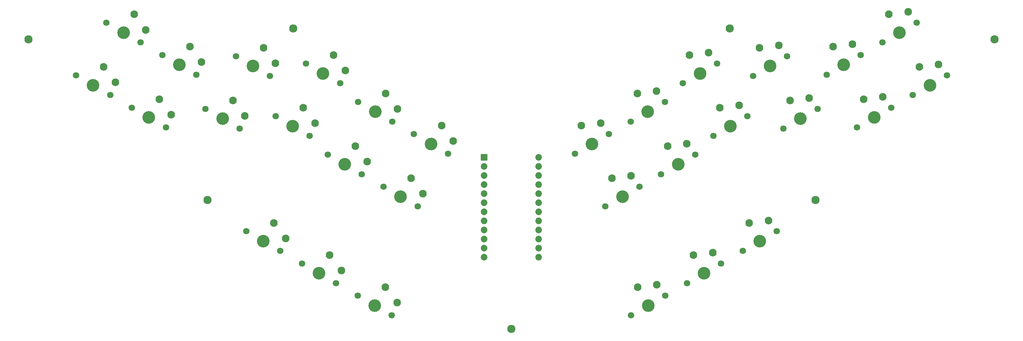
<source format=gts>
%TF.GenerationSoftware,KiCad,Pcbnew,6.0.2+dfsg-1*%
%TF.CreationDate,2022-06-30T23:37:17+02:00*%
%TF.ProjectId,dragonwings_test,64726167-6f6e-4776-996e-67735f746573,v1.0.0*%
%TF.SameCoordinates,Original*%
%TF.FileFunction,Soldermask,Top*%
%TF.FilePolarity,Negative*%
%FSLAX46Y46*%
G04 Gerber Fmt 4.6, Leading zero omitted, Abs format (unit mm)*
G04 Created by KiCad (PCBNEW 6.0.2+dfsg-1) date 2022-06-30 23:37:17*
%MOMM*%
%LPD*%
G01*
G04 APERTURE LIST*
G04 Aperture macros list*
%AMRoundRect*
0 Rectangle with rounded corners*
0 $1 Rounding radius*
0 $2 $3 $4 $5 $6 $7 $8 $9 X,Y pos of 4 corners*
0 Add a 4 corners polygon primitive as box body*
4,1,4,$2,$3,$4,$5,$6,$7,$8,$9,$2,$3,0*
0 Add four circle primitives for the rounded corners*
1,1,$1+$1,$2,$3*
1,1,$1+$1,$4,$5*
1,1,$1+$1,$6,$7*
1,1,$1+$1,$8,$9*
0 Add four rect primitives between the rounded corners*
20,1,$1+$1,$2,$3,$4,$5,0*
20,1,$1+$1,$4,$5,$6,$7,0*
20,1,$1+$1,$6,$7,$8,$9,0*
20,1,$1+$1,$8,$9,$2,$3,0*%
G04 Aperture macros list end*
%ADD10C,1.801800*%
%ADD11C,3.529000*%
%ADD12C,2.132000*%
%ADD13C,2.300000*%
%ADD14RoundRect,0.050000X-0.876300X0.876300X-0.876300X-0.876300X0.876300X-0.876300X0.876300X0.876300X0*%
%ADD15C,1.852600*%
G04 APERTURE END LIST*
D10*
%TO.C,S2*%
X106320853Y-113883974D03*
D11*
X101557713Y-111133974D03*
D10*
X96794573Y-108383974D03*
D12*
X107787840Y-110343077D03*
X104507713Y-106024424D03*
%TD*%
D10*
%TO.C,S4*%
X121909311Y-122883974D03*
X112383031Y-117383974D03*
D11*
X117146171Y-120133974D03*
D12*
X123376298Y-119343077D03*
X120096171Y-115024424D03*
%TD*%
D10*
%TO.C,S3*%
X113409311Y-137606406D03*
D11*
X108646171Y-134856406D03*
D10*
X103883031Y-132106406D03*
D12*
X114876298Y-134065509D03*
X111596171Y-129746856D03*
%TD*%
D10*
%TO.C,S6*%
X132971488Y-117723720D03*
D11*
X137734628Y-120473720D03*
D10*
X142497768Y-123223720D03*
D12*
X143964755Y-119682823D03*
X140684628Y-115364170D03*
%TD*%
D10*
%TO.C,S15*%
X176557368Y-190230762D03*
D11*
X171794228Y-187480762D03*
D10*
X167031088Y-184730762D03*
D12*
X178024355Y-186689865D03*
X174744228Y-182371212D03*
%TD*%
D13*
%TO.C,REF03*%
X345000000Y-113000000D03*
%TD*%
D10*
%TO.C,S8*%
X162086225Y-125295517D03*
X152559945Y-119795517D03*
D11*
X157323085Y-122545517D03*
D12*
X163553212Y-121754620D03*
X160273085Y-117435967D03*
%TD*%
D10*
%TO.C,S25*%
X252851597Y-130527568D03*
D11*
X248088457Y-133277568D03*
D10*
X243325317Y-136027568D03*
D12*
X250518584Y-127486671D03*
X245138457Y-128168018D03*
%TD*%
D11*
%TO.C,S5*%
X129234628Y-135196152D03*
D10*
X124471488Y-132446152D03*
X133997768Y-137946152D03*
D12*
X135464755Y-134405255D03*
X132184628Y-130086602D03*
%TD*%
D10*
%TO.C,S14*%
X160968911Y-181230762D03*
X151442631Y-175730762D03*
D11*
X156205771Y-178480762D03*
D12*
X162435898Y-177689865D03*
X159155771Y-173371212D03*
%TD*%
D13*
%TO.C,REF04*%
X75000000Y-113000000D03*
%TD*%
D10*
%TO.C,S29*%
X259031088Y-181230762D03*
D11*
X263794228Y-178480762D03*
D10*
X268557368Y-175730762D03*
D12*
X266224355Y-172689865D03*
X260844228Y-173371212D03*
%TD*%
D10*
%TO.C,S27*%
X227736860Y-145027568D03*
D11*
X232500000Y-142277568D03*
D10*
X237263140Y-139527568D03*
D12*
X234930127Y-136486671D03*
X229550000Y-137168018D03*
%TD*%
D10*
%TO.C,S18*%
X306590689Y-137606406D03*
X316116969Y-132106406D03*
D11*
X311353829Y-134856406D03*
D12*
X313783956Y-129065509D03*
X308403829Y-129746856D03*
%TD*%
D10*
%TO.C,S16*%
X322179146Y-128606406D03*
X331705426Y-123106406D03*
D11*
X326942286Y-125856406D03*
D12*
X329372413Y-120065509D03*
X323992286Y-120746856D03*
%TD*%
D10*
%TO.C,S7*%
X153586225Y-140017949D03*
D11*
X148823085Y-137267949D03*
D10*
X144059945Y-134517949D03*
D12*
X155053212Y-136477052D03*
X151773085Y-132158399D03*
%TD*%
D14*
%TO.C,MCU1*%
X202380000Y-146030000D03*
D15*
X202380000Y-148570000D03*
X202380000Y-151110000D03*
X202380000Y-153650000D03*
X202380000Y-156190000D03*
X202380000Y-158730000D03*
X202380000Y-161270000D03*
X202380000Y-163810000D03*
X202380000Y-166350000D03*
X202380000Y-168890000D03*
X202380000Y-171430000D03*
X202380000Y-173970000D03*
X217620000Y-146030000D03*
X217620000Y-148570000D03*
X217620000Y-151110000D03*
X217620000Y-153650000D03*
X217620000Y-156190000D03*
X217620000Y-158730000D03*
X217620000Y-161270000D03*
X217620000Y-163810000D03*
X217620000Y-166350000D03*
X217620000Y-168890000D03*
X217620000Y-171430000D03*
X217620000Y-173970000D03*
%TD*%
D10*
%TO.C,S26*%
X245763140Y-154250000D03*
D11*
X241000000Y-157000000D03*
D10*
X236236860Y-159750000D03*
D12*
X243430127Y-151209103D03*
X238050000Y-151890450D03*
%TD*%
D10*
%TO.C,S30*%
X252968911Y-184730762D03*
D11*
X248205771Y-187480762D03*
D10*
X243442631Y-190230762D03*
D12*
X250635898Y-181689865D03*
X245255771Y-182371212D03*
%TD*%
D10*
%TO.C,S11*%
X183763140Y-159750000D03*
D11*
X179000000Y-157000000D03*
D10*
X174236860Y-154250000D03*
D12*
X185230127Y-156209103D03*
X181950000Y-151890450D03*
%TD*%
D11*
%TO.C,S17*%
X318442286Y-111133974D03*
D10*
X323205426Y-108383974D03*
X313679146Y-113883974D03*
D12*
X320872413Y-105343077D03*
X315492286Y-106024424D03*
%TD*%
D10*
%TO.C,S10*%
X167148402Y-130527568D03*
D11*
X171911542Y-133277568D03*
D10*
X176674682Y-136027568D03*
D12*
X178141669Y-132486671D03*
X174861542Y-128168018D03*
%TD*%
D11*
%TO.C,S19*%
X302853829Y-120133974D03*
D10*
X307616969Y-117383974D03*
X298090689Y-122883974D03*
D12*
X305283956Y-114343077D03*
X299903829Y-115024424D03*
%TD*%
D13*
%TO.C,REF06*%
X149000000Y-110000000D03*
%TD*%
D10*
%TO.C,S21*%
X277502231Y-123223720D03*
D11*
X282265371Y-120473720D03*
D10*
X287028511Y-117723720D03*
D12*
X284695498Y-114682823D03*
X279315371Y-115364170D03*
%TD*%
D11*
%TO.C,S9*%
X163411542Y-148000000D03*
D10*
X158648402Y-145250000D03*
X168174682Y-150750000D03*
D12*
X169641669Y-147209103D03*
X166361542Y-142890450D03*
%TD*%
D10*
%TO.C,S24*%
X251825317Y-150750000D03*
D11*
X256588457Y-148000000D03*
D10*
X261351597Y-145250000D03*
D12*
X259018584Y-142209103D03*
X253638457Y-142890450D03*
%TD*%
D13*
%TO.C,REF05*%
X271000000Y-110000000D03*
%TD*%
D11*
%TO.C,S28*%
X279382685Y-169480762D03*
D10*
X274619545Y-172230762D03*
X284145825Y-166730762D03*
D12*
X281812812Y-163689865D03*
X276432685Y-164371212D03*
%TD*%
D10*
%TO.C,S13*%
X135854174Y-166730762D03*
X145380454Y-172230762D03*
D11*
X140617314Y-169480762D03*
D12*
X146847441Y-168689865D03*
X143567314Y-164371212D03*
%TD*%
D11*
%TO.C,S20*%
X290765371Y-135196152D03*
D10*
X295528511Y-132446152D03*
X286002231Y-137946152D03*
D12*
X293195498Y-129405255D03*
X287815371Y-130086602D03*
%TD*%
D10*
%TO.C,S1*%
X88294573Y-123106406D03*
X97820853Y-128606406D03*
D11*
X93057713Y-125856406D03*
D12*
X99287840Y-125065509D03*
X96007713Y-120746856D03*
%TD*%
D13*
%TO.C,REF00*%
X210000000Y-194000000D03*
%TD*%
D10*
%TO.C,S22*%
X275940054Y-134517949D03*
X266413774Y-140017949D03*
D11*
X271176914Y-137267949D03*
D12*
X273607041Y-131477052D03*
X268226914Y-132158399D03*
%TD*%
D10*
%TO.C,S12*%
X182736860Y-139527568D03*
X192263140Y-145027568D03*
D11*
X187500000Y-142277568D03*
D12*
X193730127Y-141486671D03*
X190450000Y-137168018D03*
%TD*%
D11*
%TO.C,S23*%
X262676914Y-122545517D03*
D10*
X257913774Y-125295517D03*
X267440054Y-119795517D03*
D12*
X265107041Y-116754620D03*
X259726914Y-117435967D03*
%TD*%
D13*
%TO.C,REF01*%
X295000000Y-158000000D03*
%TD*%
%TO.C,REF02*%
X125000000Y-158000000D03*
%TD*%
M02*

</source>
